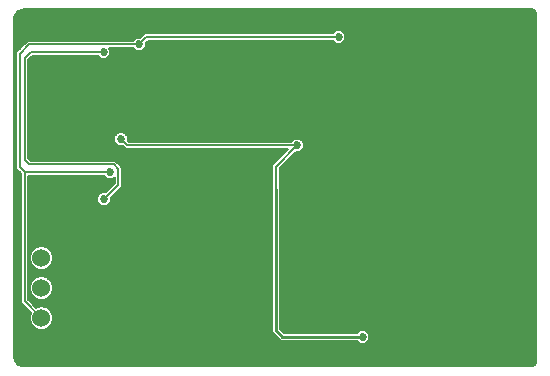
<source format=gbl>
G75*
%MOIN*%
%OFA0B0*%
%FSLAX24Y24*%
%IPPOS*%
%LPD*%
%AMOC8*
5,1,8,0,0,1.08239X$1,22.5*
%
%ADD10R,0.2000X0.0900*%
%ADD11R,0.0600X0.0600*%
%ADD12C,0.0600*%
%ADD13R,0.0900X0.2000*%
%ADD14C,0.0270*%
%ADD15C,0.0070*%
%ADD16C,0.0100*%
%ADD17C,0.0080*%
%ADD18C,0.0060*%
%ADD19C,0.0300*%
%ADD20C,0.0160*%
%ADD21C,0.0120*%
%ADD22C,0.0140*%
D10*
X017027Y002722D03*
X017027Y006202D03*
X017059Y010115D03*
X017059Y013595D03*
D11*
X001611Y002818D03*
D12*
X001611Y003818D03*
X001611Y004818D03*
X001611Y005818D03*
D13*
X005199Y003261D03*
X008679Y003261D03*
D14*
X008726Y003146D03*
X008400Y002607D03*
X008955Y002529D03*
X007767Y002537D03*
X007517Y003037D03*
X007767Y003537D03*
X008400Y003933D03*
X008957Y003915D03*
X008767Y004537D03*
X008267Y004787D03*
X007767Y005037D03*
X007767Y005537D03*
X008517Y005537D03*
X009017Y005537D03*
X009017Y005037D03*
X009924Y005068D03*
X010017Y005537D03*
X010017Y006037D03*
X010611Y005818D03*
X010611Y005443D03*
X010611Y005099D03*
X010486Y004818D03*
X010799Y004849D03*
X011642Y005068D03*
X011611Y005474D03*
X011611Y005818D03*
X011674Y006162D03*
X011674Y006505D03*
X011674Y006849D03*
X011674Y007193D03*
X011674Y007537D03*
X011674Y007880D03*
X012017Y007974D03*
X012361Y007974D03*
X012705Y008037D03*
X012642Y008380D03*
X012611Y008724D03*
X012267Y008787D03*
X011924Y008787D03*
X011674Y009037D03*
X011674Y009380D03*
X011674Y009724D03*
X011658Y010083D03*
X012096Y010255D03*
X012517Y010037D03*
X012517Y010537D03*
X012502Y010896D03*
X012017Y010787D03*
X011627Y010802D03*
X011627Y011146D03*
X011549Y011458D03*
X011986Y011443D03*
X012330Y011443D03*
X012674Y011443D03*
X013017Y011443D03*
X013017Y011099D03*
X013017Y010755D03*
X013267Y010474D03*
X013674Y010474D03*
X013892Y010787D03*
X013892Y011130D03*
X014080Y011412D03*
X014424Y011412D03*
X014767Y011412D03*
X015111Y011412D03*
X015455Y011412D03*
X015799Y011412D03*
X016142Y011412D03*
X016486Y011412D03*
X016830Y011412D03*
X017174Y011412D03*
X017517Y011412D03*
X017517Y011068D03*
X017174Y011068D03*
X017861Y011068D03*
X017861Y011412D03*
X017861Y012287D03*
X017517Y012287D03*
X017174Y012287D03*
X016830Y012287D03*
X016486Y012287D03*
X016142Y012287D03*
X015799Y012287D03*
X015455Y012287D03*
X015111Y012287D03*
X014767Y012287D03*
X014424Y012287D03*
X014424Y012630D03*
X014424Y012974D03*
X014877Y012677D03*
X015017Y013037D03*
X015377Y012708D03*
X015517Y013037D03*
X016017Y012787D03*
X016517Y012787D03*
X016312Y013343D03*
X016892Y013357D03*
X017381Y013335D03*
X017830Y013353D03*
X017836Y013824D03*
X017262Y013820D03*
X016758Y013845D03*
X016267Y013855D03*
X015517Y013787D03*
X015017Y013537D03*
X014611Y013880D03*
X014205Y013880D03*
X014205Y013443D03*
X013892Y012943D03*
X013892Y012630D03*
X013892Y012287D03*
X013674Y012005D03*
X013674Y011662D03*
X013299Y011662D03*
X013299Y012005D03*
X013080Y012287D03*
X013080Y012630D03*
X013080Y012943D03*
X013549Y013443D03*
X012041Y012259D03*
X011642Y012287D03*
X011299Y012287D03*
X011603Y012693D03*
X011127Y012771D03*
X010830Y012505D03*
X010486Y012787D03*
X010174Y012943D03*
X010017Y012380D03*
X010017Y012005D03*
X010049Y011662D03*
X010017Y011318D03*
X010174Y011005D03*
X009924Y010787D03*
X009580Y010912D03*
X009517Y011255D03*
X009517Y011599D03*
X009517Y011943D03*
X009611Y012287D03*
X008986Y012412D03*
X008861Y012005D03*
X008486Y012005D03*
X008080Y012005D03*
X007705Y012005D03*
X007705Y012349D03*
X008017Y012537D03*
X007705Y012693D03*
X007205Y012693D03*
X007205Y012349D03*
X007205Y012005D03*
X006986Y011787D03*
X007017Y011443D03*
X007205Y011099D03*
X007205Y010755D03*
X007267Y010326D03*
X006932Y010130D03*
X006580Y010224D03*
X006392Y010505D03*
X006392Y010849D03*
X005955Y010771D03*
X005986Y011193D03*
X005642Y011193D03*
X005299Y011193D03*
X004955Y011193D03*
X004611Y011193D03*
X004267Y010912D03*
X003892Y010912D03*
X003517Y010849D03*
X003705Y010443D03*
X004189Y010255D03*
X004517Y010537D03*
X005017Y010537D03*
X005174Y010224D03*
X005517Y010537D03*
X006017Y010287D03*
X005855Y009931D03*
X006390Y009894D03*
X006267Y009287D03*
X006267Y008787D03*
X006807Y008841D03*
X006920Y009214D03*
X007351Y009249D03*
X007799Y009255D03*
X008119Y008966D03*
X007504Y008781D03*
X006955Y008099D03*
X007517Y008037D03*
X007017Y007537D03*
X006517Y007037D03*
X006017Y006787D03*
X005525Y006529D03*
X005517Y007037D03*
X006267Y006287D03*
X006767Y006537D03*
X007517Y006537D03*
X008017Y006537D03*
X008517Y006537D03*
X008517Y007037D03*
X009049Y006943D03*
X009017Y006537D03*
X009762Y006873D03*
X009682Y007287D03*
X010307Y007255D03*
X010439Y006802D03*
X010861Y006787D03*
X010861Y007130D03*
X010830Y007474D03*
X010674Y007974D03*
X010267Y007974D03*
X009900Y007982D03*
X009892Y008482D03*
X010174Y008810D03*
X010486Y009060D03*
X010135Y009177D03*
X010132Y009578D03*
X010517Y009537D03*
X010861Y009568D03*
X010861Y009912D03*
X010455Y009943D03*
X010424Y010318D03*
X010658Y010568D03*
X010752Y010865D03*
X010861Y010287D03*
X010080Y010193D03*
X009736Y010193D03*
X009392Y010287D03*
X009111Y010505D03*
X008955Y010818D03*
X008955Y011193D03*
X008611Y011193D03*
X008267Y011193D03*
X007924Y011193D03*
X007580Y011193D03*
X008267Y010787D03*
X008267Y010349D03*
X008736Y010380D03*
X007930Y009886D03*
X007412Y009894D03*
X007767Y010537D03*
X006611Y011443D03*
X006330Y011193D03*
X006611Y011787D03*
X006392Y012005D03*
X006392Y012349D03*
X006392Y012693D03*
X007517Y013505D03*
X008017Y013537D03*
X008517Y013537D03*
X009017Y013537D03*
X009517Y013537D03*
X010017Y013537D03*
X010517Y013537D03*
X011017Y013537D03*
X011517Y013193D03*
X011674Y013662D03*
X009486Y012943D03*
X009174Y012787D03*
X008517Y012537D03*
X011658Y010443D03*
X012517Y009537D03*
X012142Y009271D03*
X012986Y009443D03*
X013017Y009037D03*
X013517Y009037D03*
X013564Y009458D03*
X014017Y009537D03*
X014017Y010037D03*
X014517Y010037D03*
X015002Y009990D03*
X015017Y009537D03*
X014564Y009568D03*
X014517Y009037D03*
X014002Y009021D03*
X014017Y008537D03*
X013377Y008537D03*
X013517Y008037D03*
X013017Y007537D03*
X013517Y007287D03*
X013752Y006830D03*
X013693Y006404D03*
X013267Y006255D03*
X013267Y005912D03*
X012846Y005826D03*
X012416Y005960D03*
X012543Y005392D03*
X012064Y005216D03*
X012256Y004865D03*
X012672Y004874D03*
X013090Y004855D03*
X013017Y005193D03*
X013267Y005568D03*
X013705Y004818D03*
X013955Y004568D03*
X014205Y004818D03*
X014799Y004849D03*
X015142Y004849D03*
X015486Y004849D03*
X015830Y004849D03*
X016174Y004912D03*
X016517Y004912D03*
X016861Y004912D03*
X017205Y004912D03*
X017549Y004912D03*
X017549Y005255D03*
X017205Y005255D03*
X016861Y005505D03*
X016517Y005287D03*
X016017Y005287D03*
X016221Y005937D03*
X016613Y005923D03*
X017029Y005923D03*
X017506Y005925D03*
X017736Y006412D03*
X017047Y006447D03*
X016627Y006443D03*
X016221Y006458D03*
X015705Y006474D03*
X015267Y006537D03*
X015517Y007037D03*
X015416Y007427D03*
X015049Y007849D03*
X014517Y008037D03*
X014017Y007537D03*
X014767Y007287D03*
X015517Y008037D03*
X016017Y007537D03*
X016517Y007537D03*
X016517Y008037D03*
X017017Y008193D03*
X017517Y008037D03*
X017892Y007771D03*
X017422Y007417D03*
X017767Y007287D03*
X017017Y007537D03*
X016221Y006958D03*
X015517Y006037D03*
X014971Y005990D03*
X014547Y006296D03*
X014455Y005931D03*
X014443Y005550D03*
X014853Y005238D03*
X015267Y005537D03*
X014150Y006400D03*
X012986Y006958D03*
X012517Y007037D03*
X012517Y006537D03*
X012252Y007490D03*
X011486Y008162D03*
X011486Y008599D03*
X011049Y008599D03*
X010744Y008794D03*
X010861Y009224D03*
X011049Y008162D03*
X009174Y008435D03*
X009017Y008037D03*
X009017Y007537D03*
X008564Y007701D03*
X008017Y007537D03*
X007517Y007037D03*
X008267Y008287D03*
X010017Y006537D03*
X010775Y006365D03*
X010517Y004037D03*
X011517Y003537D03*
X012037Y003533D03*
X012317Y003190D03*
X012236Y004099D03*
X012642Y004099D03*
X013017Y004099D03*
X013705Y004318D03*
X014205Y004318D03*
X015142Y004068D03*
X015486Y004068D03*
X015830Y004068D03*
X016174Y004037D03*
X016517Y004037D03*
X016861Y004037D03*
X017205Y004037D03*
X017580Y004037D03*
X017924Y004037D03*
X017924Y003693D03*
X017580Y003693D03*
X017205Y003693D03*
X016517Y003537D03*
X016221Y002974D03*
X015767Y003318D03*
X015799Y003662D03*
X015418Y003072D03*
X015267Y002333D03*
X014767Y002333D03*
X014267Y002333D03*
X013767Y002333D03*
X015783Y002333D03*
X016201Y002449D03*
X017182Y002447D03*
X017078Y002982D03*
X017822Y002998D03*
X017828Y002472D03*
X017892Y004912D03*
X017892Y005255D03*
X017517Y008537D03*
X017674Y009068D03*
X017017Y009037D03*
X016517Y009037D03*
X016049Y009099D03*
X015517Y009037D03*
X015611Y009552D03*
X015517Y010037D03*
X015017Y010537D03*
X014517Y010787D03*
X015017Y011037D03*
X015517Y010787D03*
X016267Y010787D03*
X016252Y010365D03*
X016269Y009876D03*
X016947Y009882D03*
X016826Y010367D03*
X017318Y010367D03*
X017793Y010351D03*
X017861Y009833D03*
X017445Y009845D03*
X016767Y008537D03*
X016017Y008537D03*
X015017Y008537D03*
X013267Y009787D03*
X017174Y012630D03*
X017517Y012630D03*
X017892Y012630D03*
X007767Y004537D03*
X007517Y004037D03*
X006404Y003521D03*
X006017Y003537D03*
X006267Y003037D03*
X006017Y002537D03*
X005455Y002439D03*
X004947Y002476D03*
X005238Y003230D03*
X005441Y003847D03*
X004926Y003865D03*
X004437Y004164D03*
X004767Y004787D03*
X004224Y004892D03*
X005283Y004615D03*
X005517Y005037D03*
X005357Y005507D03*
X005767Y005537D03*
X006267Y005537D03*
X006517Y005037D03*
X006017Y004537D03*
X006267Y004037D03*
X005517Y006037D03*
X003767Y005787D03*
X003312Y005789D03*
X003517Y006537D03*
X003017Y006537D03*
X002547Y006792D03*
X003017Y007037D03*
X003517Y007037D03*
X003939Y007310D03*
X003705Y007787D03*
X003892Y008693D03*
X004267Y009787D03*
X003767Y010037D03*
X002986Y010412D03*
X002642Y010412D03*
X002299Y010412D03*
X001955Y010412D03*
X002267Y010037D03*
X002767Y009927D03*
X002517Y009537D03*
X002017Y009537D03*
X001517Y009537D03*
X001517Y010037D03*
X001330Y010474D03*
X001299Y010912D03*
X001299Y011255D03*
X001299Y011599D03*
X001299Y011943D03*
X002017Y011880D03*
X002017Y011505D03*
X002392Y011505D03*
X002392Y011880D03*
X002767Y011880D03*
X002767Y011505D03*
X002767Y011130D03*
X002392Y011130D03*
X002017Y011130D03*
X003611Y011974D03*
X003705Y012287D03*
X004049Y012318D03*
X003955Y011974D03*
X004299Y011974D03*
X004642Y012005D03*
X004986Y012005D03*
X005049Y012380D03*
X004736Y012568D03*
X004486Y012318D03*
X004205Y012693D03*
X003686Y012674D03*
X003642Y013193D03*
X003642Y013537D03*
X003361Y013755D03*
X003017Y013630D03*
X002674Y013630D03*
X002330Y013599D03*
X002330Y013255D03*
X001986Y013193D03*
X001642Y013193D03*
X001299Y013193D03*
X001267Y013787D03*
X001767Y013787D03*
X004017Y013787D03*
X004517Y013787D03*
X004986Y013662D03*
X004892Y013318D03*
X004861Y012943D03*
X004486Y013224D03*
X004017Y013287D03*
X002203Y007269D03*
X001986Y006902D03*
X001502Y006699D03*
X001517Y007287D03*
X002303Y005242D03*
X003205Y003994D03*
X003012Y003619D03*
X002873Y003267D03*
X003469Y003333D03*
X003775Y003683D03*
X003984Y003349D03*
X003775Y002982D03*
X003822Y002408D03*
X003246Y002453D03*
X002687Y002388D03*
X002269Y003318D03*
D15*
X001049Y004380D02*
X001049Y008693D01*
X000892Y008849D01*
X000892Y012630D01*
X001205Y012943D01*
X004861Y012943D01*
X005111Y013193D01*
X011517Y013193D01*
X015783Y014037D02*
X018049Y014037D01*
X018049Y012943D01*
X017986Y012943D01*
X017986Y013146D01*
X016064Y013146D01*
X016064Y014005D01*
X015986Y014005D01*
X015986Y013021D01*
X017939Y013021D01*
X017939Y013130D01*
X016049Y013130D01*
X016033Y013130D01*
X016033Y013052D01*
X016017Y013115D02*
X017877Y013115D01*
X017877Y013052D01*
X016080Y012958D02*
X016080Y013833D01*
X016017Y013833D01*
X017861Y006818D02*
X017877Y006818D01*
X017877Y006662D01*
X018049Y006662D01*
X018049Y006021D01*
X017736Y006224D02*
X017642Y006130D01*
X017642Y006255D01*
X017392Y006505D01*
X017392Y005755D01*
X017549Y005599D01*
X018049Y005615D02*
X018049Y005474D01*
X017736Y006224D02*
X017736Y006599D01*
X017861Y006724D01*
X017892Y006724D01*
X017892Y006693D01*
X018049Y006662D02*
X018049Y006787D01*
X018049Y003677D02*
X017377Y003677D01*
X017361Y003380D02*
X017877Y003380D01*
X017877Y003302D01*
X017439Y003302D01*
X017439Y003349D01*
X017361Y003380D02*
X017361Y003083D01*
X017469Y002439D01*
X015902Y002421D01*
X015799Y002287D01*
X018049Y002287D01*
X018049Y003677D01*
X017892Y003568D02*
X017877Y003568D01*
X017877Y003349D01*
X017892Y003271D02*
X017822Y002998D01*
X017377Y003255D01*
X004174Y008255D02*
X003705Y007787D01*
X004174Y008255D02*
X004174Y008787D01*
X004017Y008943D01*
X001205Y008943D01*
X001049Y009099D01*
X001049Y012474D01*
X001249Y012674D01*
X003686Y012674D01*
X003892Y008693D02*
X001049Y008693D01*
D16*
X009424Y008120D02*
X009424Y003412D01*
X009645Y003190D01*
X012317Y003190D01*
D17*
X009424Y008120D02*
X009424Y008870D01*
X010132Y009578D01*
X001611Y003818D02*
X001049Y004380D01*
D18*
X000840Y002270D02*
X000955Y002223D01*
X001017Y002217D01*
X017955Y002217D01*
X017981Y002219D01*
X018029Y002239D01*
X018065Y002275D01*
X018085Y002323D01*
X018087Y002349D01*
X018087Y005580D01*
X018028Y005521D01*
X017940Y005484D01*
X017845Y005484D01*
X017756Y005521D01*
X017689Y005588D01*
X017652Y005676D01*
X017652Y005944D01*
X017689Y006032D01*
X017756Y006099D01*
X017845Y006136D01*
X017956Y006136D01*
X018044Y006099D01*
X018087Y006056D01*
X018087Y013974D01*
X018085Y014000D01*
X018065Y014048D01*
X018029Y014084D01*
X017981Y014104D01*
X017955Y014107D01*
X001017Y014107D01*
X000955Y014100D01*
X000840Y014053D01*
X000751Y013964D01*
X000704Y013849D01*
X000697Y013787D01*
X000697Y002537D01*
X000704Y002474D01*
X000751Y002359D01*
X000840Y002270D01*
X000840Y002271D02*
X018060Y002271D01*
X018085Y002329D02*
X000781Y002329D01*
X000739Y002388D02*
X018087Y002388D01*
X018087Y002446D02*
X000715Y002446D01*
X000701Y002505D02*
X018087Y002505D01*
X018087Y002563D02*
X000697Y002563D01*
X000697Y002622D02*
X018087Y002622D01*
X018087Y002680D02*
X000697Y002680D01*
X000697Y002739D02*
X018087Y002739D01*
X018087Y002797D02*
X000697Y002797D01*
X000697Y002856D02*
X018087Y002856D01*
X018087Y002914D02*
X000697Y002914D01*
X000697Y002973D02*
X012217Y002973D01*
X012224Y002965D02*
X012139Y003050D01*
X009587Y003050D01*
X009284Y003354D01*
X009284Y008178D01*
X009294Y008188D01*
X009294Y008924D01*
X009828Y009458D01*
X004426Y009458D01*
X004323Y009562D01*
X004174Y009562D01*
X004042Y009693D01*
X004042Y009880D01*
X004174Y010012D01*
X004361Y010012D01*
X004492Y009880D01*
X004492Y009731D01*
X004525Y009698D01*
X009934Y009698D01*
X010039Y009803D01*
X010225Y009803D01*
X010357Y009672D01*
X010357Y009485D01*
X010225Y009353D01*
X010091Y009353D01*
X009554Y008816D01*
X009554Y008188D01*
X009564Y008178D01*
X009564Y003470D01*
X009703Y003330D01*
X012139Y003330D01*
X012224Y003415D01*
X012411Y003415D01*
X012542Y003283D01*
X012542Y003097D01*
X012411Y002965D01*
X012224Y002965D01*
X012158Y003031D02*
X005357Y003031D01*
X005331Y003005D02*
X005463Y003137D01*
X005463Y003323D01*
X005331Y003455D01*
X005145Y003455D01*
X005013Y003323D01*
X005013Y003137D01*
X005145Y003005D01*
X005331Y003005D01*
X005416Y003090D02*
X009548Y003090D01*
X009489Y003148D02*
X005463Y003148D01*
X005463Y003207D02*
X009431Y003207D01*
X009372Y003265D02*
X005463Y003265D01*
X005463Y003324D02*
X009314Y003324D01*
X009284Y003382D02*
X005404Y003382D01*
X005346Y003441D02*
X009284Y003441D01*
X009284Y003499D02*
X001844Y003499D01*
X001832Y003487D02*
X001942Y003597D01*
X002001Y003740D01*
X002001Y003895D01*
X001942Y004039D01*
X001832Y004148D01*
X001689Y004208D01*
X001534Y004208D01*
X001443Y004170D01*
X001174Y004439D01*
X001174Y008568D01*
X003699Y008568D01*
X003799Y008468D01*
X003986Y008468D01*
X004049Y008531D01*
X004049Y008307D01*
X003753Y008012D01*
X003612Y008012D01*
X003480Y007880D01*
X003480Y007693D01*
X003612Y007562D01*
X003798Y007562D01*
X003930Y007693D01*
X003930Y007835D01*
X004299Y008204D01*
X004299Y008838D01*
X004225Y008912D01*
X004069Y009068D01*
X001257Y009068D01*
X001174Y009151D01*
X001174Y012422D01*
X001300Y012549D01*
X003493Y012549D01*
X003593Y012449D01*
X003779Y012449D01*
X003911Y012581D01*
X003911Y012767D01*
X003861Y012818D01*
X004668Y012818D01*
X004768Y012718D01*
X004954Y012718D01*
X005086Y012850D01*
X005086Y012991D01*
X005163Y013068D01*
X011324Y013068D01*
X011424Y012968D01*
X011611Y012968D01*
X011742Y013100D01*
X011742Y013286D01*
X011611Y013418D01*
X011424Y013418D01*
X011324Y013318D01*
X005059Y013318D01*
X004909Y013168D01*
X004768Y013168D01*
X004668Y013068D01*
X001153Y013068D01*
X000841Y012755D01*
X000767Y012682D01*
X000767Y008797D01*
X000924Y008641D01*
X000924Y004439D01*
X000919Y004434D01*
X000919Y004326D01*
X001259Y003986D01*
X001221Y003895D01*
X001221Y003740D01*
X001281Y003597D01*
X001390Y003487D01*
X001534Y003428D01*
X001689Y003428D01*
X001832Y003487D01*
X001902Y003558D02*
X009284Y003558D01*
X009284Y003616D02*
X001950Y003616D01*
X001974Y003675D02*
X009284Y003675D01*
X009284Y003733D02*
X001998Y003733D01*
X002001Y003792D02*
X009284Y003792D01*
X009284Y003850D02*
X002001Y003850D01*
X001996Y003909D02*
X009284Y003909D01*
X009284Y003967D02*
X001972Y003967D01*
X001947Y004026D02*
X009284Y004026D01*
X009284Y004084D02*
X001896Y004084D01*
X001838Y004143D02*
X009284Y004143D01*
X009284Y004201D02*
X001705Y004201D01*
X001517Y004201D02*
X001412Y004201D01*
X001353Y004260D02*
X009284Y004260D01*
X009284Y004318D02*
X001295Y004318D01*
X001236Y004377D02*
X009284Y004377D01*
X009284Y004435D02*
X001706Y004435D01*
X001689Y004428D02*
X001832Y004487D01*
X001942Y004597D01*
X002001Y004740D01*
X002001Y004895D01*
X001942Y005039D01*
X001832Y005148D01*
X001689Y005208D01*
X001534Y005208D01*
X001390Y005148D01*
X001281Y005039D01*
X001221Y004895D01*
X001221Y004740D01*
X001281Y004597D01*
X001390Y004487D01*
X001534Y004428D01*
X001689Y004428D01*
X001838Y004494D02*
X009284Y004494D01*
X009284Y004552D02*
X001897Y004552D01*
X001947Y004611D02*
X009284Y004611D01*
X009284Y004669D02*
X001972Y004669D01*
X001996Y004728D02*
X009284Y004728D01*
X009284Y004786D02*
X002001Y004786D01*
X002001Y004845D02*
X009284Y004845D01*
X009284Y004903D02*
X001998Y004903D01*
X001974Y004962D02*
X009284Y004962D01*
X009284Y005020D02*
X001950Y005020D01*
X001902Y005079D02*
X009284Y005079D01*
X009284Y005137D02*
X001843Y005137D01*
X001718Y005196D02*
X009284Y005196D01*
X009284Y005254D02*
X001174Y005254D01*
X001174Y005196D02*
X001504Y005196D01*
X001379Y005137D02*
X001174Y005137D01*
X001174Y005079D02*
X001320Y005079D01*
X001273Y005020D02*
X001174Y005020D01*
X001174Y004962D02*
X001249Y004962D01*
X001224Y004903D02*
X001174Y004903D01*
X001174Y004845D02*
X001221Y004845D01*
X001221Y004786D02*
X001174Y004786D01*
X001174Y004728D02*
X001226Y004728D01*
X001251Y004669D02*
X001174Y004669D01*
X001174Y004611D02*
X001275Y004611D01*
X001325Y004552D02*
X001174Y004552D01*
X001174Y004494D02*
X001384Y004494D01*
X001516Y004435D02*
X001178Y004435D01*
X000986Y004260D02*
X000697Y004260D01*
X000697Y004318D02*
X000927Y004318D01*
X000919Y004377D02*
X000697Y004377D01*
X000697Y004435D02*
X000920Y004435D01*
X000924Y004494D02*
X000697Y004494D01*
X000697Y004552D02*
X000924Y004552D01*
X000924Y004611D02*
X000697Y004611D01*
X000697Y004669D02*
X000924Y004669D01*
X000924Y004728D02*
X000697Y004728D01*
X000697Y004786D02*
X000924Y004786D01*
X000924Y004845D02*
X000697Y004845D01*
X000697Y004903D02*
X000924Y004903D01*
X000924Y004962D02*
X000697Y004962D01*
X000697Y005020D02*
X000924Y005020D01*
X000924Y005079D02*
X000697Y005079D01*
X000697Y005137D02*
X000924Y005137D01*
X000924Y005196D02*
X000697Y005196D01*
X000697Y005254D02*
X000924Y005254D01*
X000924Y005313D02*
X000697Y005313D01*
X000697Y005371D02*
X000924Y005371D01*
X000924Y005430D02*
X000697Y005430D01*
X000697Y005488D02*
X000924Y005488D01*
X000924Y005547D02*
X000697Y005547D01*
X000697Y005605D02*
X000924Y005605D01*
X000924Y005664D02*
X000697Y005664D01*
X000697Y005722D02*
X000924Y005722D01*
X000924Y005781D02*
X000697Y005781D01*
X000697Y005839D02*
X000924Y005839D01*
X000924Y005898D02*
X000697Y005898D01*
X000697Y005956D02*
X000924Y005956D01*
X000924Y006015D02*
X000697Y006015D01*
X000697Y006073D02*
X000924Y006073D01*
X000924Y006132D02*
X000697Y006132D01*
X000697Y006190D02*
X000924Y006190D01*
X000924Y006249D02*
X000697Y006249D01*
X000697Y006307D02*
X000924Y006307D01*
X000924Y006366D02*
X000697Y006366D01*
X000697Y006424D02*
X000924Y006424D01*
X000924Y006483D02*
X000697Y006483D01*
X000697Y006541D02*
X000924Y006541D01*
X000924Y006600D02*
X000697Y006600D01*
X000697Y006658D02*
X000924Y006658D01*
X000924Y006717D02*
X000697Y006717D01*
X000697Y006775D02*
X000924Y006775D01*
X000924Y006834D02*
X000697Y006834D01*
X000697Y006892D02*
X000924Y006892D01*
X000924Y006951D02*
X000697Y006951D01*
X000697Y007009D02*
X000924Y007009D01*
X000924Y007068D02*
X000697Y007068D01*
X000697Y007126D02*
X000924Y007126D01*
X000924Y007185D02*
X000697Y007185D01*
X000697Y007243D02*
X000924Y007243D01*
X000924Y007302D02*
X000697Y007302D01*
X000697Y007360D02*
X000924Y007360D01*
X000924Y007419D02*
X000697Y007419D01*
X000697Y007477D02*
X000924Y007477D01*
X000924Y007536D02*
X000697Y007536D01*
X000697Y007594D02*
X000924Y007594D01*
X000924Y007653D02*
X000697Y007653D01*
X000697Y007711D02*
X000924Y007711D01*
X000924Y007770D02*
X000697Y007770D01*
X000697Y007828D02*
X000924Y007828D01*
X000924Y007887D02*
X000697Y007887D01*
X000697Y007945D02*
X000924Y007945D01*
X000924Y008004D02*
X000697Y008004D01*
X000697Y008062D02*
X000924Y008062D01*
X000924Y008121D02*
X000697Y008121D01*
X000697Y008179D02*
X000924Y008179D01*
X000924Y008238D02*
X000697Y008238D01*
X000697Y008296D02*
X000924Y008296D01*
X000924Y008355D02*
X000697Y008355D01*
X000697Y008413D02*
X000924Y008413D01*
X000924Y008472D02*
X000697Y008472D01*
X000697Y008530D02*
X000924Y008530D01*
X000924Y008589D02*
X000697Y008589D01*
X000697Y008647D02*
X000918Y008647D01*
X000859Y008706D02*
X000697Y008706D01*
X000697Y008764D02*
X000801Y008764D01*
X000767Y008823D02*
X000697Y008823D01*
X000697Y008881D02*
X000767Y008881D01*
X000767Y008940D02*
X000697Y008940D01*
X000697Y008998D02*
X000767Y008998D01*
X000767Y009057D02*
X000697Y009057D01*
X000697Y009115D02*
X000767Y009115D01*
X000767Y009174D02*
X000697Y009174D01*
X000697Y009232D02*
X000767Y009232D01*
X000767Y009291D02*
X000697Y009291D01*
X000697Y009349D02*
X000767Y009349D01*
X000767Y009408D02*
X000697Y009408D01*
X000697Y009466D02*
X000767Y009466D01*
X000767Y009525D02*
X000697Y009525D01*
X000697Y009583D02*
X000767Y009583D01*
X000767Y009642D02*
X000697Y009642D01*
X000697Y009700D02*
X000767Y009700D01*
X000767Y009759D02*
X000697Y009759D01*
X000697Y009817D02*
X000767Y009817D01*
X000767Y009876D02*
X000697Y009876D01*
X000697Y009934D02*
X000767Y009934D01*
X000767Y009993D02*
X000697Y009993D01*
X000697Y010051D02*
X000767Y010051D01*
X000767Y010110D02*
X000697Y010110D01*
X000697Y010168D02*
X000767Y010168D01*
X000767Y010227D02*
X000697Y010227D01*
X000697Y010285D02*
X000767Y010285D01*
X000767Y010344D02*
X000697Y010344D01*
X000697Y010402D02*
X000767Y010402D01*
X000767Y010461D02*
X000697Y010461D01*
X000697Y010519D02*
X000767Y010519D01*
X000767Y010578D02*
X000697Y010578D01*
X000697Y010636D02*
X000767Y010636D01*
X000767Y010695D02*
X000697Y010695D01*
X000697Y010753D02*
X000767Y010753D01*
X000767Y010812D02*
X000697Y010812D01*
X000697Y010870D02*
X000767Y010870D01*
X000767Y010929D02*
X000697Y010929D01*
X000697Y010987D02*
X000767Y010987D01*
X000767Y011046D02*
X000697Y011046D01*
X000697Y011104D02*
X000767Y011104D01*
X000767Y011163D02*
X000697Y011163D01*
X000697Y011221D02*
X000767Y011221D01*
X000767Y011280D02*
X000697Y011280D01*
X000697Y011338D02*
X000767Y011338D01*
X000767Y011397D02*
X000697Y011397D01*
X000697Y011455D02*
X000767Y011455D01*
X000767Y011514D02*
X000697Y011514D01*
X000697Y011572D02*
X000767Y011572D01*
X000767Y011631D02*
X000697Y011631D01*
X000697Y011689D02*
X000767Y011689D01*
X000767Y011748D02*
X000697Y011748D01*
X000697Y011806D02*
X000767Y011806D01*
X000767Y011865D02*
X000697Y011865D01*
X000697Y011923D02*
X000767Y011923D01*
X000767Y011982D02*
X000697Y011982D01*
X000697Y012040D02*
X000767Y012040D01*
X000767Y012099D02*
X000697Y012099D01*
X000697Y012157D02*
X000767Y012157D01*
X000767Y012216D02*
X000697Y012216D01*
X000697Y012274D02*
X000767Y012274D01*
X000767Y012333D02*
X000697Y012333D01*
X000697Y012391D02*
X000767Y012391D01*
X000767Y012450D02*
X000697Y012450D01*
X000697Y012508D02*
X000767Y012508D01*
X000767Y012567D02*
X000697Y012567D01*
X000697Y012625D02*
X000767Y012625D01*
X000769Y012684D02*
X000697Y012684D01*
X000697Y012742D02*
X000827Y012742D01*
X000886Y012801D02*
X000697Y012801D01*
X000697Y012859D02*
X000944Y012859D01*
X001003Y012918D02*
X000697Y012918D01*
X000697Y012976D02*
X001061Y012976D01*
X001120Y013035D02*
X000697Y013035D01*
X000697Y013093D02*
X004693Y013093D01*
X004752Y013152D02*
X000697Y013152D01*
X000697Y013210D02*
X004952Y013210D01*
X005010Y013269D02*
X000697Y013269D01*
X000697Y013327D02*
X011334Y013327D01*
X011392Y013386D02*
X000697Y013386D01*
X000697Y013444D02*
X018087Y013444D01*
X018087Y013386D02*
X011643Y013386D01*
X011701Y013327D02*
X018087Y013327D01*
X018087Y013269D02*
X011742Y013269D01*
X011742Y013210D02*
X018087Y013210D01*
X018087Y013152D02*
X011742Y013152D01*
X011736Y013093D02*
X018087Y013093D01*
X018087Y013035D02*
X011677Y013035D01*
X011619Y012976D02*
X018087Y012976D01*
X018087Y012918D02*
X005086Y012918D01*
X005086Y012976D02*
X011416Y012976D01*
X011357Y013035D02*
X005130Y013035D01*
X005086Y012859D02*
X018087Y012859D01*
X018087Y012801D02*
X005037Y012801D01*
X004979Y012742D02*
X018087Y012742D01*
X018087Y012684D02*
X003911Y012684D01*
X003911Y012742D02*
X004744Y012742D01*
X004685Y012801D02*
X003878Y012801D01*
X003911Y012625D02*
X018087Y012625D01*
X018087Y012567D02*
X003897Y012567D01*
X003838Y012508D02*
X018087Y012508D01*
X018087Y012450D02*
X003780Y012450D01*
X003592Y012450D02*
X001201Y012450D01*
X001174Y012391D02*
X018087Y012391D01*
X018087Y012333D02*
X001174Y012333D01*
X001174Y012274D02*
X018087Y012274D01*
X018087Y012216D02*
X001174Y012216D01*
X001174Y012157D02*
X018087Y012157D01*
X018087Y012099D02*
X001174Y012099D01*
X001174Y012040D02*
X018087Y012040D01*
X018087Y011982D02*
X001174Y011982D01*
X001174Y011923D02*
X018087Y011923D01*
X018087Y011865D02*
X001174Y011865D01*
X001174Y011806D02*
X018087Y011806D01*
X018087Y011748D02*
X001174Y011748D01*
X001174Y011689D02*
X018087Y011689D01*
X018087Y011631D02*
X001174Y011631D01*
X001174Y011572D02*
X018087Y011572D01*
X018087Y011514D02*
X001174Y011514D01*
X001174Y011455D02*
X018087Y011455D01*
X018087Y011397D02*
X001174Y011397D01*
X001174Y011338D02*
X018087Y011338D01*
X018087Y011280D02*
X001174Y011280D01*
X001174Y011221D02*
X018087Y011221D01*
X018087Y011163D02*
X001174Y011163D01*
X001174Y011104D02*
X018087Y011104D01*
X018087Y011046D02*
X001174Y011046D01*
X001174Y010987D02*
X018087Y010987D01*
X018087Y010929D02*
X001174Y010929D01*
X001174Y010870D02*
X018087Y010870D01*
X018087Y010812D02*
X001174Y010812D01*
X001174Y010753D02*
X018087Y010753D01*
X018087Y010695D02*
X001174Y010695D01*
X001174Y010636D02*
X018087Y010636D01*
X018087Y010578D02*
X001174Y010578D01*
X001174Y010519D02*
X018087Y010519D01*
X018087Y010461D02*
X001174Y010461D01*
X001174Y010402D02*
X018087Y010402D01*
X018087Y010344D02*
X001174Y010344D01*
X001174Y010285D02*
X018087Y010285D01*
X018087Y010227D02*
X001174Y010227D01*
X001174Y010168D02*
X018087Y010168D01*
X018087Y010110D02*
X001174Y010110D01*
X001174Y010051D02*
X018087Y010051D01*
X018087Y009993D02*
X004380Y009993D01*
X004438Y009934D02*
X018087Y009934D01*
X018087Y009876D02*
X004492Y009876D01*
X004492Y009817D02*
X018087Y009817D01*
X018087Y009759D02*
X010270Y009759D01*
X010328Y009700D02*
X018087Y009700D01*
X018087Y009642D02*
X010357Y009642D01*
X010357Y009583D02*
X018087Y009583D01*
X018087Y009525D02*
X010357Y009525D01*
X010338Y009466D02*
X018087Y009466D01*
X018087Y009408D02*
X010279Y009408D01*
X010086Y009349D02*
X018087Y009349D01*
X018087Y009291D02*
X010028Y009291D01*
X009969Y009232D02*
X018087Y009232D01*
X018087Y009174D02*
X009911Y009174D01*
X009852Y009115D02*
X018087Y009115D01*
X018087Y009057D02*
X009794Y009057D01*
X009735Y008998D02*
X018087Y008998D01*
X018087Y008940D02*
X009677Y008940D01*
X009618Y008881D02*
X018087Y008881D01*
X018087Y008823D02*
X009560Y008823D01*
X009554Y008764D02*
X018087Y008764D01*
X018087Y008706D02*
X009554Y008706D01*
X009554Y008647D02*
X018087Y008647D01*
X018087Y008589D02*
X009554Y008589D01*
X009554Y008530D02*
X018087Y008530D01*
X018087Y008472D02*
X009554Y008472D01*
X009554Y008413D02*
X018087Y008413D01*
X018087Y008355D02*
X009554Y008355D01*
X009554Y008296D02*
X018087Y008296D01*
X018087Y008238D02*
X009554Y008238D01*
X009563Y008179D02*
X018087Y008179D01*
X018087Y008121D02*
X009564Y008121D01*
X009564Y008062D02*
X018087Y008062D01*
X018087Y008004D02*
X009564Y008004D01*
X009564Y007945D02*
X018087Y007945D01*
X018087Y007887D02*
X009564Y007887D01*
X009564Y007828D02*
X018087Y007828D01*
X018087Y007770D02*
X009564Y007770D01*
X009564Y007711D02*
X018087Y007711D01*
X018087Y007653D02*
X009564Y007653D01*
X009564Y007594D02*
X018087Y007594D01*
X018087Y007536D02*
X009564Y007536D01*
X009564Y007477D02*
X018087Y007477D01*
X018087Y007419D02*
X009564Y007419D01*
X009564Y007360D02*
X018087Y007360D01*
X018087Y007302D02*
X009564Y007302D01*
X009564Y007243D02*
X018087Y007243D01*
X018087Y007185D02*
X009564Y007185D01*
X009564Y007126D02*
X018087Y007126D01*
X018087Y007068D02*
X009564Y007068D01*
X009564Y007009D02*
X018087Y007009D01*
X018087Y006951D02*
X009564Y006951D01*
X009564Y006892D02*
X018087Y006892D01*
X018087Y006834D02*
X009564Y006834D01*
X009564Y006775D02*
X018087Y006775D01*
X018087Y006717D02*
X009564Y006717D01*
X009564Y006658D02*
X018087Y006658D01*
X018087Y006600D02*
X009564Y006600D01*
X009564Y006541D02*
X018087Y006541D01*
X018087Y006483D02*
X009564Y006483D01*
X009564Y006424D02*
X018087Y006424D01*
X018087Y006366D02*
X009564Y006366D01*
X009564Y006307D02*
X018087Y006307D01*
X018087Y006249D02*
X009564Y006249D01*
X009564Y006190D02*
X018087Y006190D01*
X018087Y006132D02*
X017966Y006132D01*
X018070Y006073D02*
X018087Y006073D01*
X017834Y006132D02*
X009564Y006132D01*
X009564Y006073D02*
X017730Y006073D01*
X017682Y006015D02*
X009564Y006015D01*
X009564Y005956D02*
X017658Y005956D01*
X017652Y005898D02*
X009564Y005898D01*
X009564Y005839D02*
X017652Y005839D01*
X017652Y005781D02*
X009564Y005781D01*
X009564Y005722D02*
X017652Y005722D01*
X017658Y005664D02*
X009564Y005664D01*
X009564Y005605D02*
X017682Y005605D01*
X017731Y005547D02*
X009564Y005547D01*
X009564Y005488D02*
X017835Y005488D01*
X017950Y005488D02*
X018087Y005488D01*
X018087Y005430D02*
X009564Y005430D01*
X009564Y005371D02*
X018087Y005371D01*
X018087Y005313D02*
X009564Y005313D01*
X009564Y005254D02*
X018087Y005254D01*
X018087Y005196D02*
X009564Y005196D01*
X009564Y005137D02*
X018087Y005137D01*
X018087Y005079D02*
X009564Y005079D01*
X009564Y005020D02*
X018087Y005020D01*
X018087Y004962D02*
X009564Y004962D01*
X009564Y004903D02*
X018087Y004903D01*
X018087Y004845D02*
X009564Y004845D01*
X009564Y004786D02*
X018087Y004786D01*
X018087Y004728D02*
X009564Y004728D01*
X009564Y004669D02*
X018087Y004669D01*
X018087Y004611D02*
X009564Y004611D01*
X009564Y004552D02*
X018087Y004552D01*
X018087Y004494D02*
X009564Y004494D01*
X009564Y004435D02*
X018087Y004435D01*
X018087Y004377D02*
X009564Y004377D01*
X009564Y004318D02*
X018087Y004318D01*
X018087Y004260D02*
X009564Y004260D01*
X009564Y004201D02*
X018087Y004201D01*
X018087Y004143D02*
X009564Y004143D01*
X009564Y004084D02*
X018087Y004084D01*
X018087Y004026D02*
X009564Y004026D01*
X009564Y003967D02*
X018087Y003967D01*
X018087Y003909D02*
X009564Y003909D01*
X009564Y003850D02*
X018087Y003850D01*
X018087Y003792D02*
X009564Y003792D01*
X009564Y003733D02*
X018087Y003733D01*
X018087Y003675D02*
X009564Y003675D01*
X009564Y003616D02*
X018087Y003616D01*
X018087Y003558D02*
X009564Y003558D01*
X009564Y003499D02*
X018087Y003499D01*
X018087Y003441D02*
X009593Y003441D01*
X009651Y003382D02*
X012191Y003382D01*
X012444Y003382D02*
X018087Y003382D01*
X018087Y003324D02*
X012502Y003324D01*
X012542Y003265D02*
X018087Y003265D01*
X018087Y003207D02*
X012542Y003207D01*
X012542Y003148D02*
X018087Y003148D01*
X018087Y003090D02*
X012535Y003090D01*
X012477Y003031D02*
X018087Y003031D01*
X018087Y002973D02*
X012418Y002973D01*
X009284Y005313D02*
X001174Y005313D01*
X001174Y005371D02*
X009284Y005371D01*
X009284Y005430D02*
X001693Y005430D01*
X001689Y005428D02*
X001832Y005487D01*
X001942Y005597D01*
X002001Y005740D01*
X002001Y005895D01*
X001942Y006039D01*
X001832Y006148D01*
X001689Y006208D01*
X001534Y006208D01*
X001390Y006148D01*
X001281Y006039D01*
X001221Y005895D01*
X001221Y005740D01*
X001281Y005597D01*
X001390Y005487D01*
X001534Y005428D01*
X001689Y005428D01*
X001833Y005488D02*
X009284Y005488D01*
X009284Y005547D02*
X001892Y005547D01*
X001945Y005605D02*
X009284Y005605D01*
X009284Y005664D02*
X001969Y005664D01*
X001994Y005722D02*
X009284Y005722D01*
X009284Y005781D02*
X002001Y005781D01*
X002001Y005839D02*
X009284Y005839D01*
X009284Y005898D02*
X002000Y005898D01*
X001976Y005956D02*
X009284Y005956D01*
X009284Y006015D02*
X001952Y006015D01*
X001907Y006073D02*
X009284Y006073D01*
X009284Y006132D02*
X001849Y006132D01*
X001732Y006190D02*
X009284Y006190D01*
X009284Y006249D02*
X001174Y006249D01*
X001174Y006307D02*
X009284Y006307D01*
X009284Y006366D02*
X001174Y006366D01*
X001174Y006424D02*
X009284Y006424D01*
X009284Y006483D02*
X001174Y006483D01*
X001174Y006541D02*
X009284Y006541D01*
X009284Y006600D02*
X001174Y006600D01*
X001174Y006658D02*
X009284Y006658D01*
X009284Y006717D02*
X001174Y006717D01*
X001174Y006775D02*
X009284Y006775D01*
X009284Y006834D02*
X001174Y006834D01*
X001174Y006892D02*
X009284Y006892D01*
X009284Y006951D02*
X001174Y006951D01*
X001174Y007009D02*
X009284Y007009D01*
X009284Y007068D02*
X001174Y007068D01*
X001174Y007126D02*
X009284Y007126D01*
X009284Y007185D02*
X001174Y007185D01*
X001174Y007243D02*
X009284Y007243D01*
X009284Y007302D02*
X001174Y007302D01*
X001174Y007360D02*
X009284Y007360D01*
X009284Y007419D02*
X001174Y007419D01*
X001174Y007477D02*
X009284Y007477D01*
X009284Y007536D02*
X001174Y007536D01*
X001174Y007594D02*
X003579Y007594D01*
X003521Y007653D02*
X001174Y007653D01*
X001174Y007711D02*
X003480Y007711D01*
X003480Y007770D02*
X001174Y007770D01*
X001174Y007828D02*
X003480Y007828D01*
X003487Y007887D02*
X001174Y007887D01*
X001174Y007945D02*
X003545Y007945D01*
X003604Y008004D02*
X001174Y008004D01*
X001174Y008062D02*
X003804Y008062D01*
X003862Y008121D02*
X001174Y008121D01*
X001174Y008179D02*
X003921Y008179D01*
X003979Y008238D02*
X001174Y008238D01*
X001174Y008296D02*
X004038Y008296D01*
X004049Y008355D02*
X001174Y008355D01*
X001174Y008413D02*
X004049Y008413D01*
X004049Y008472D02*
X003989Y008472D01*
X004048Y008530D02*
X004049Y008530D01*
X004299Y008530D02*
X009294Y008530D01*
X009294Y008472D02*
X004299Y008472D01*
X004299Y008413D02*
X009294Y008413D01*
X009294Y008355D02*
X004299Y008355D01*
X004299Y008296D02*
X009294Y008296D01*
X009294Y008238D02*
X004299Y008238D01*
X004274Y008179D02*
X009285Y008179D01*
X009284Y008121D02*
X004216Y008121D01*
X004157Y008062D02*
X009284Y008062D01*
X009284Y008004D02*
X004099Y008004D01*
X004040Y007945D02*
X009284Y007945D01*
X009284Y007887D02*
X003982Y007887D01*
X003930Y007828D02*
X009284Y007828D01*
X009284Y007770D02*
X003930Y007770D01*
X003930Y007711D02*
X009284Y007711D01*
X009284Y007653D02*
X003889Y007653D01*
X003831Y007594D02*
X009284Y007594D01*
X009294Y008589D02*
X004299Y008589D01*
X004299Y008647D02*
X009294Y008647D01*
X009294Y008706D02*
X004299Y008706D01*
X004299Y008764D02*
X009294Y008764D01*
X009294Y008823D02*
X004299Y008823D01*
X004256Y008881D02*
X009294Y008881D01*
X009309Y008940D02*
X004197Y008940D01*
X004139Y008998D02*
X009368Y008998D01*
X009426Y009057D02*
X004080Y009057D01*
X004418Y009466D02*
X001174Y009466D01*
X001174Y009408D02*
X009777Y009408D01*
X009719Y009349D02*
X001174Y009349D01*
X001174Y009291D02*
X009660Y009291D01*
X009602Y009232D02*
X001174Y009232D01*
X001174Y009174D02*
X009543Y009174D01*
X009485Y009115D02*
X001209Y009115D01*
X001174Y009525D02*
X004360Y009525D01*
X004476Y009578D02*
X004267Y009787D01*
X004097Y009934D02*
X001174Y009934D01*
X001174Y009876D02*
X004042Y009876D01*
X004042Y009817D02*
X001174Y009817D01*
X001174Y009759D02*
X004042Y009759D01*
X004042Y009700D02*
X001174Y009700D01*
X001174Y009642D02*
X004094Y009642D01*
X004153Y009583D02*
X001174Y009583D01*
X001174Y009993D02*
X004155Y009993D01*
X004492Y009759D02*
X009994Y009759D01*
X009935Y009700D02*
X004524Y009700D01*
X004476Y009578D02*
X010132Y009578D01*
X003795Y008472D02*
X001174Y008472D01*
X001174Y008530D02*
X003737Y008530D01*
X001491Y006190D02*
X001174Y006190D01*
X001174Y006132D02*
X001373Y006132D01*
X001315Y006073D02*
X001174Y006073D01*
X001174Y006015D02*
X001271Y006015D01*
X001246Y005956D02*
X001174Y005956D01*
X001174Y005898D02*
X001222Y005898D01*
X001221Y005839D02*
X001174Y005839D01*
X001174Y005781D02*
X001221Y005781D01*
X001229Y005722D02*
X001174Y005722D01*
X001174Y005664D02*
X001253Y005664D01*
X001277Y005605D02*
X001174Y005605D01*
X001174Y005547D02*
X001331Y005547D01*
X001389Y005488D02*
X001174Y005488D01*
X001174Y005430D02*
X001529Y005430D01*
X001044Y004201D02*
X000697Y004201D01*
X000697Y004143D02*
X001103Y004143D01*
X001161Y004084D02*
X000697Y004084D01*
X000697Y004026D02*
X001220Y004026D01*
X001251Y003967D02*
X000697Y003967D01*
X000697Y003909D02*
X001227Y003909D01*
X001221Y003850D02*
X000697Y003850D01*
X000697Y003792D02*
X001221Y003792D01*
X001224Y003733D02*
X000697Y003733D01*
X000697Y003675D02*
X001248Y003675D01*
X001273Y003616D02*
X000697Y003616D01*
X000697Y003558D02*
X001320Y003558D01*
X001378Y003499D02*
X000697Y003499D01*
X000697Y003441D02*
X001503Y003441D01*
X001720Y003441D02*
X005131Y003441D01*
X005072Y003382D02*
X000697Y003382D01*
X000697Y003324D02*
X005014Y003324D01*
X005013Y003265D02*
X000697Y003265D01*
X000697Y003207D02*
X005013Y003207D01*
X005013Y003148D02*
X000697Y003148D01*
X000697Y003090D02*
X005060Y003090D01*
X005119Y003031D02*
X000697Y003031D01*
X001260Y012508D02*
X003534Y012508D01*
X000924Y014088D02*
X018020Y014088D01*
X018073Y014029D02*
X000816Y014029D01*
X000758Y013971D02*
X018087Y013971D01*
X018087Y013912D02*
X000730Y013912D01*
X000706Y013854D02*
X018087Y013854D01*
X018087Y013795D02*
X000698Y013795D01*
X000697Y013737D02*
X018087Y013737D01*
X018087Y013678D02*
X000697Y013678D01*
X000697Y013620D02*
X018087Y013620D01*
X018087Y013561D02*
X000697Y013561D01*
X000697Y013503D02*
X018087Y013503D01*
X018054Y005547D02*
X018087Y005547D01*
D19*
X017908Y005583D02*
X017892Y005599D01*
X017908Y005583D02*
X017752Y005583D01*
X017908Y005583D02*
X017908Y005505D01*
X017892Y005724D02*
X017892Y005896D01*
X017908Y005896D01*
D20*
X017627Y003302D02*
X017346Y003302D01*
X017346Y003037D01*
X017517Y003037D01*
X017361Y003083D02*
X017361Y003240D01*
X017627Y003240D01*
X017627Y003302D01*
X017861Y013037D02*
X017861Y013068D01*
X016127Y013068D01*
X016127Y013130D01*
X016049Y013130D01*
X016049Y013115D01*
X016017Y013115D01*
X016017Y013912D01*
X016033Y013912D01*
X016033Y013849D01*
X016033Y013583D01*
X016049Y013849D02*
X016033Y013849D01*
D21*
X017892Y010755D02*
X018017Y010755D01*
X018017Y010474D01*
X017924Y010474D01*
X017924Y010630D01*
X017642Y010630D01*
X017642Y010599D01*
X017830Y010599D01*
X017830Y010568D01*
X018017Y010568D01*
X018017Y009537D01*
X017955Y009537D01*
X017955Y009630D01*
X017455Y009630D01*
X017455Y009599D01*
X017174Y009599D01*
X017174Y009630D01*
X017361Y009630D01*
X017361Y009662D01*
X017080Y009662D01*
X017080Y009568D01*
X015955Y009568D01*
X015955Y010693D01*
X016049Y010693D01*
X016049Y009599D01*
X016111Y009599D01*
X016111Y009662D01*
X016982Y009763D01*
X017017Y010662D01*
X016142Y010662D01*
X016142Y010599D01*
X017549Y010599D01*
X017549Y010662D01*
X017080Y010662D01*
X017080Y010630D01*
X017455Y009599D02*
X017892Y009599D01*
X017986Y006755D02*
X015924Y006724D01*
X015955Y006693D02*
X016049Y006693D01*
X016049Y005693D01*
X017892Y005693D01*
X017892Y005599D02*
X017549Y005599D01*
X015955Y005599D01*
X015955Y006693D01*
X016049Y006693D02*
X016955Y006693D01*
X017080Y006693D02*
X017080Y006630D01*
X017080Y006693D02*
X017892Y006693D01*
X017986Y006755D02*
X017986Y005599D01*
X017892Y005599D01*
X017955Y003568D02*
X017986Y003568D01*
X017986Y003537D01*
X017986Y003193D01*
X017955Y003193D02*
X016049Y003193D01*
X016049Y002443D01*
X016017Y002443D01*
X016017Y003255D01*
X016111Y003255D01*
X016017Y003255D02*
X015955Y003255D01*
X015955Y002349D01*
X015924Y002349D01*
X015955Y002349D02*
X015986Y002349D01*
X016017Y002349D01*
X015986Y002349D02*
X015986Y002380D01*
X015892Y002380D01*
X015892Y002318D01*
X016017Y002318D01*
X015892Y002380D02*
X015861Y002380D01*
X015861Y002537D01*
X016205Y003255D02*
X017267Y003255D01*
X017580Y003177D01*
X017221Y003177D01*
X017330Y003349D01*
X017392Y003349D01*
X017392Y003380D01*
X017486Y003380D01*
X017486Y003537D01*
X017955Y003537D01*
X017955Y003568D01*
X017955Y003537D02*
X017955Y003443D01*
X017361Y003443D01*
X017361Y003380D01*
X017361Y003318D01*
X017861Y003318D01*
X017861Y003380D01*
X017486Y003380D01*
X017361Y003443D02*
X017299Y003443D01*
X017955Y003537D02*
X017986Y003537D01*
D22*
X017986Y005599D02*
X018049Y005599D01*
X018049Y005615D01*
X018049Y006021D01*
X018033Y005990D01*
X017924Y005990D01*
M02*

</source>
